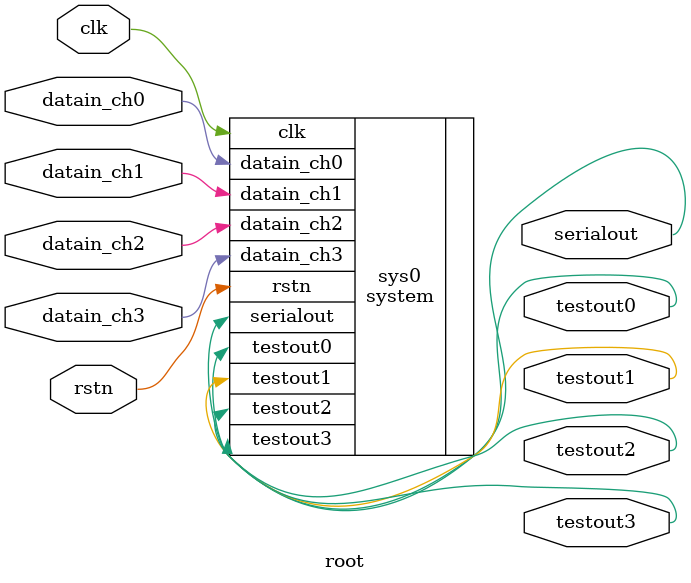
<source format=v>
/*
 * Copyright 2015, Stephen A. Rodgers. All rights reserved.
 *
 * 
 * This program is free software; you can redistribute it and/or modify
 * it under the terms of the GNU General Public License as published by
 * the Free Software Foundation; either version 2 of the License, or
 * (at your option) any later version.
 * 
 * This program is distributed in the hope that it will be useful,
 * but WITHOUT ANY WARRANTY; without even the implied warranty of
 * MERCHANTABILITY or FITNESS FOR A PARTICULAR PURPOSE.  See the
 * GNU General Public License for more details.
 * 
 * You should have received a copy of the GNU General Public License
 * along with this program; if not, write to the Free Software
 * Foundation, Inc., 51 Franklin Street, Fifth Floor, Boston,
 * MA 02110-1301, USA.
 * 
 */
 
 /*
 * This is the top level or 'root' of the design.
 *
 * This level should contain device-specific changes, signal inversions,
 * tri-state and testability logic.
 *
 * For example, PLL's and other device specific things would
 * be instantiated at this level. 
 *
 *
 * Modules further down in the heirarchy should be generic so that
 * different FPGA's can be retargeted with minimal fuss.
 *
 */
  
module root(clk, rstn, datain_ch0, datain_ch1, datain_ch2, datain_ch3, serialout, testout0, testout1, testout2, testout3);
	input clk;
	input rstn;
	input datain_ch0;
	input datain_ch1;
	input datain_ch2;
	input datain_ch3;
	output serialout;
	output testout0;
	output testout1;
	output testout2;
	output testout3;
	
	system sys0(
		.clk(clk),
		.rstn(rstn),
		.datain_ch0(datain_ch0),
		.datain_ch1(datain_ch1),
		.datain_ch2(datain_ch2),
		.datain_ch3(datain_ch3),
		.serialout(serialout),
		.testout0(testout0),
		.testout1(testout1),
		.testout2(testout2),
		.testout3(testout3)
		
	
	);
endmodule


	

</source>
